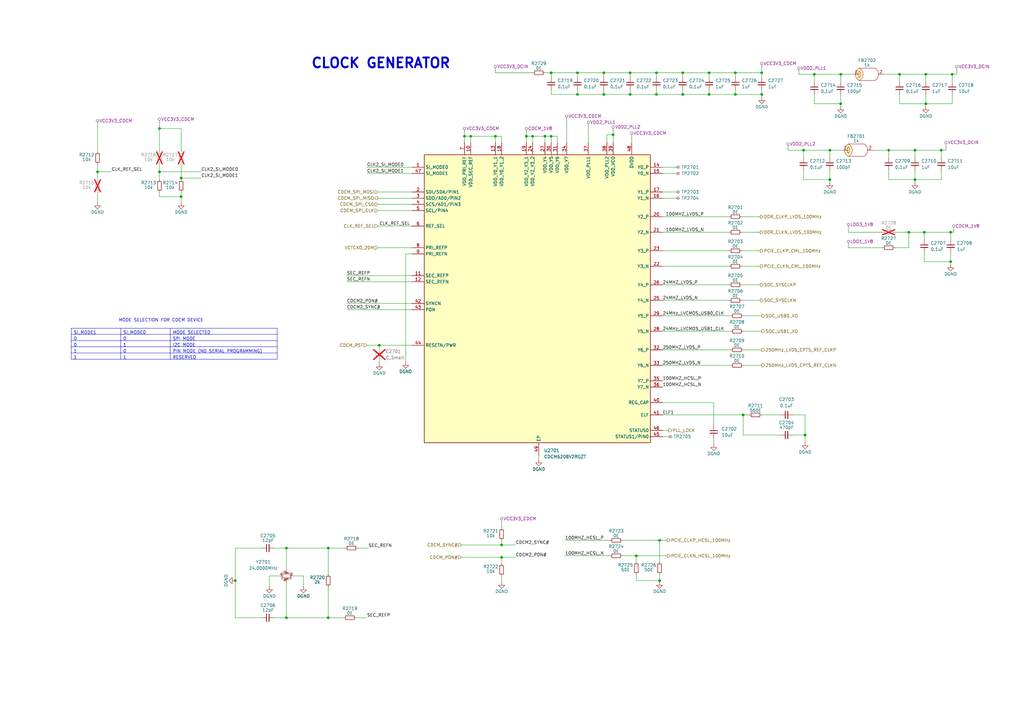
<source format=kicad_sch>
(kicad_sch (version 20250114) (generator "eeschema") (generator_version "9.0")
  (paper "A3")
  (title_block (title "Barre de son (base saine)") (date "2025-05-16") (rev "1.0") (company "NDH"))
  (lib_symbols
    (symbol "Connector:TestPoint_Small" (pin_numbers (hide yes)) (pin_names (offset 0.762) (hide yes))
      (property "Reference" "TP" (at 0 3.81 0))
      (property "Value" "TestPoint_Small" (at 0 2.032 0))
      (symbol "TestPoint_Small_0_1"
        (circle (center 0 0) (radius 0.508))
      )
      (symbol "TestPoint_Small_1_1"
        (pin passive line (at 0 0 90) (length 0) (name "1") (number "1"))
      )
    )
    (symbol "Device:C_Small" (pin_numbers (hide yes)) (pin_names (offset 0.254) (hide yes))
      (property "Reference" "C" (at 0.254 1.778 0))
      (property "Value" "C_Small" (at 0.254 -2.032 0))
      (symbol "C_Small_0_1"
        (polyline (pts (xy -1.524 0.508) (xy 1.524 0.508)) (stroke (width 0.3048)))
        (polyline (pts (xy -1.524 -0.508) (xy 1.524 -0.508)) (stroke (width 0.3302)))
      )
      (symbol "C_Small_1_1"
        (pin passive line (at 0 2.54 270) (length 2.032) (name "~") (number "1"))
        (pin passive line (at 0 -2.54 90) (length 2.032) (name "~") (number "2"))
      )
    )
    (symbol "Device:Crystal_GND24_Small" (pin_names (offset 1.016) (hide yes))
      (property "Reference" "Y" (at 1.27 4.445 0))
      (property "Value" "Crystal_GND24_Small" (at 1.27 2.54 0))
      (symbol "Crystal_GND24_Small_0_1"
        (polyline (pts (xy -1.27 1.27) (xy -1.27 1.905) (xy 1.27 1.905) (xy 1.27 1.27)))
        (polyline (pts (xy -1.27 -0.762) (xy -1.27 0.762)) (stroke (width 0.381)))
        (polyline (pts (xy -1.27 -1.27) (xy -1.27 -1.905) (xy 1.27 -1.905) (xy 1.27 -1.27)))
        (rectangle (start -0.762 -1.524) (end 0.762 1.524))
        (polyline (pts (xy 1.27 -0.762) (xy 1.27 0.762)) (stroke (width 0.381)))
      )
      (symbol "Crystal_GND24_Small_1_1"
        (pin passive line (at -2.54 0 0) (length 1.27) (name "1") (number "1"))
        (pin passive line (at 0 2.54 270) (length 0.635) (name "4") (number "4"))
        (pin passive line (at 0 -2.54 90) (length 0.635) (name "2") (number "2"))
        (pin passive line (at 2.54 0 180) (length 1.27) (name "3") (number "3"))
      )
    )
    (symbol "Device:R_Small" (pin_numbers (hide yes)) (pin_names (offset 0.254) (hide yes))
      (property "Reference" "R" (at 0.762 0.508 0))
      (property "Value" "R_Small" (at 0.762 -1.016 0))
      (symbol "R_Small_0_1"
        (rectangle (start -0.762 1.778) (end 0.762 -1.778) (stroke (width 0.2032)))
      )
      (symbol "R_Small_1_1"
        (pin passive line (at 0 2.54 270) (length 0.762) (name "~") (number "1"))
        (pin passive line (at 0 -2.54 90) (length 0.762) (name "~") (number "2"))
      )
    )
    (symbol "Libglobal:CDCM6208V2RGZT"
      (property "Reference" "U" (at -19.304 42.418 0))
      (property "Value" "CDCM6208V2RGZT" (at -19.304 39.878 0))
      (symbol "CDCM6208V2RGZT_1_1"
        (rectangle (start -12.7 36.83) (end 80.01 -81.28) (stroke (width 0.254)) (fill (type background)))
        (pin passive line (at -17.78 31.75 0) (length 5.08) (name "SI_MODE0") (number "1"))
        (pin passive line (at -17.78 29.21 0) (length 5.08) (name "SI_MODE1") (number "47"))
        (pin passive line (at -17.78 21.59 0) (length 5.08) (name "SDI/SDA/PIN1") (number "2"))
        (pin passive line (at -17.78 19.05 0) (length 5.08) (name "SDO/AD0/PIN2") (number "3"))
        (pin passive line (at -17.78 16.51 0) (length 5.08) (name "SCS/AD1/PIN3") (number "4"))
        (pin passive line (at -17.78 13.97 0) (length 5.08) (name "SCL/PIN4") (number "5"))
        (pin passive line (at -17.78 7.62 0) (length 5.08) (name "REF_SEL") (number "6"))
        (pin passive line (at -17.78 -1.27 0) (length 5.08) (name "PRI_REFP") (number "8"))
        (pin passive line (at -17.78 -3.81 0) (length 5.08) (name "PRI_REFN") (number "9"))
        (pin passive line (at -17.78 -12.7 0) (length 5.08) (name "SEC_REFP") (number "11"))
        (pin passive line (at -17.78 -15.24 0) (length 5.08) (name "SEC_REFN") (number "12"))
        (pin passive line (at -17.78 -24.13 0) (length 5.08) (name "SYNCN") (number "42"))
        (pin passive line (at -17.78 -26.67 0) (length 5.08) (name "PDN") (number "43"))
        (pin passive line (at -17.78 -41.275 0) (length 5.08) (name "RESETN/PWR") (number "44"))
        (pin passive line (at 3.81 41.91 270) (length 5.08) (name "VDD_PRI_REF") (number "7"))
        (pin passive line (at 6.35 41.91 270) (length 5.08) (name "VDD_SEC_REF") (number "10"))
        (pin passive line (at 16.51 41.91 270) (length 5.08) (name "VDD_Y0_Y1_1") (number "13"))
        (pin passive line (at 19.05 41.91 270) (length 5.08) (name "VDD_Y0_Y1_2") (number "18"))
        (pin passive line (at 29.21 41.91 270) (length 5.08) (name "VDD_Y2_Y3_1") (number "19"))
        (pin passive line (at 31.75 41.91 270) (length 5.08) (name "VDD_Y2_Y3_2") (number "24"))
        (pin passive line (at 34.29 -86.36 90) (length 5.08) (name "EP") (number "49"))
        (pin passive line (at 36.83 41.91 270) (length 5.08) (name "VDD_Y4") (number "27"))
        (pin passive line (at 39.37 41.91 270) (length 5.08) (name "VDD_Y5") (number "30"))
        (pin passive line (at 41.91 41.91 270) (length 5.08) (name "VDD_Y6") (number "31"))
        (pin passive line (at 45.72 41.91 270) (length 5.08) (name "VDD_Y7") (number "34"))
        (pin passive line (at 54.61 41.91 270) (length 5.08) (name "VDD_PLL1") (number "37"))
        (pin passive line (at 62.23 41.91 270) (length 5.08) (name "VDD_PLL2") (number "38"))
        (pin passive line (at 64.77 41.91 270) (length 5.08) (name "VDD_VCO") (number "39"))
        (pin passive line (at 72.39 41.91 270) (length 5.08) (name "DVDD") (number "48"))
        (pin passive line (at 85.09 31.75 180) (length 5.08) (name "Y0_P") (number "14"))
        (pin passive line (at 85.09 29.21 180) (length 5.08) (name "Y0_N") (number "15"))
        (pin passive line (at 85.09 21.59 180) (length 5.08) (name "Y1_P") (number "17"))
        (pin passive line (at 85.09 19.05 180) (length 5.08) (name "Y1_N") (number "16"))
        (pin passive line (at 85.09 11.43 180) (length 5.08) (name "Y2_P") (number "20"))
        (pin passive line (at 85.09 5.08 180) (length 5.08) (name "Y2_N") (number "21"))
        (pin passive line (at 85.09 -2.54 180) (length 5.08) (name "Y3_P") (number "23"))
        (pin passive line (at 85.09 -8.89 180) (length 5.08) (name "Y3_N") (number "22"))
        (pin passive line (at 85.09 -16.51 180) (length 5.08) (name "Y4_P") (number "26"))
        (pin passive line (at 85.09 -22.86 180) (length 5.08) (name "Y4_N") (number "25"))
        (pin passive line (at 85.09 -29.21 180) (length 5.08) (name "Y5_P") (number "29"))
        (pin passive line (at 85.09 -35.56 180) (length 5.08) (name "Y5_N") (number "28"))
        (pin passive line (at 85.09 -43.18 180) (length 5.08) (name "Y6_P") (number "32"))
        (pin passive line (at 85.09 -49.53 180) (length 5.08) (name "Y6_N") (number "33"))
        (pin passive line (at 85.09 -55.88 180) (length 5.08) (name "Y7_P") (number "35"))
        (pin passive line (at 85.09 -58.42 180) (length 5.08) (name "Y7_N") (number "36"))
        (pin passive line (at 85.09 -64.77 180) (length 5.08) (name "REG_CAP") (number "40"))
        (pin passive line (at 85.09 -69.85 180) (length 5.08) (name "ELF") (number "41"))
        (pin passive line (at 85.09 -76.2 180) (length 5.08) (name "STATUS0") (number "46"))
        (pin passive line (at 85.09 -78.74 180) (length 5.08) (name "STATUS1/PIN0") (number "45"))
      )
    )
    (symbol "Libglobal:MPZ1005S121CT000"
      (property "Reference" "FB" (at 0 0 0))
      (symbol "MPZ1005S121CT000_0_1"
        (arc (start -3.81 -2.54) (mid -3.2839 -3.81) (end -3.81 -5.08))
        (arc (start -3.81 -5.08) (mid -4.3361 -3.81) (end -3.81 -2.54))
      )
      (symbol "MPZ1005S121CT000_1_1"
        (arc (start -3.81 -1.27) (mid -2.2402 -3.81) (end -3.81 -6.35) (fill (type background)))
        (polyline (pts (xy -3.81 -1.27) (xy 2.54 -1.27)) (fill (type background)))
        (arc (start -3.81 -6.35) (mid -5.3798 -3.81) (end -3.81 -1.27) (fill (type background)))
        (arc (start 2.54 -1.27) (mid 4.1098 -3.81) (end 2.54 -6.35))
        (polyline (pts (xy 2.54 -6.35) (xy -3.81 -6.35)) (fill (type background)))
        (pin input line (at -6.35 -3.81 0) (length 2.54) (name "") (number "1"))
        (pin output line (at 6.35 -3.81 180) (length 2.54) (name "") (number "2"))
      )
    )
    (symbol "power:GND" (power) (pin_numbers (hide yes)) (pin_names (offset 0) (hide yes))
      (property "Value" "GND" (at 0 -3.81 0))
      (symbol "GND_0_1"
        (polyline (pts (xy 0 0) (xy 0 -1.27) (xy 1.27 -1.27) (xy 0 -2.54) (xy -1.27 -1.27) (xy 0 -1.27)))
      )
      (symbol "GND_1_1"
        (pin power_in line (at 0 0 270) (length 0) (name "~") (number "1"))
      )
    )
  )
  (text "CLOCK GENERATOR\n" (at 156.21 26.035 0) (effects (font (size 4 4) (thickness 0.8) (bold yes))))
  (text "MODE SELECTION FOR CDCM DEVICE\n" (at 66.04 131.445 0) (effects (font (size 1.27 1.27))))
  (junction (at 215.9 55.88))
  (junction (at 226.06 55.88))
  (junction (at 344.805 42.545))
  (junction (at 203.2 55.88))
  (junction (at 364.49 61.595))
  (junction (at 330.2 178.435))
  (junction (at 218.44 55.88))
  (junction (at 258.445 38.735))
  (junction (at 193.04 55.88))
  (junction (at 134.62 253.365))
  (junction (at 117.475 253.365))
  (junction (at 260.985 227.965))
  (junction (at 312.42 29.845))
  (junction (at 379.73 42.545))
  (junction (at 155.575 141.605))
  (junction (at 65.405 70.485))
  (junction (at 301.625 38.735))
  (junction (at 269.24 38.735))
  (junction (at 280.035 38.735))
  (junction (at 247.65 38.735))
  (junction (at 312.42 38.735))
  (junction (at 379.095 95.25))
  (junction (at 65.405 52.705))
  (junction (at 270.51 221.615))
  (junction (at 304.8 170.18))
  (junction (at 269.24 29.845))
  (junction (at 40.005 70.485))
  (junction (at 375.285 73.66))
  (junction (at 280.035 29.845))
  (junction (at 251.46 55.245))
  (junction (at 301.625 29.845))
  (junction (at 205.74 228.6))
  (junction (at 340.36 73.66))
  (junction (at 205.74 223.52))
  (junction (at 340.36 61.595))
  (junction (at 117.475 224.79))
  (junction (at 290.83 29.845))
  (junction (at 134.62 224.79))
  (junction (at 223.52 55.88))
  (junction (at 96.52 238.125))
  (junction (at 236.855 29.845))
  (junction (at 258.445 29.845))
  (junction (at 247.65 29.845))
  (junction (at 74.295 73.025))
  (junction (at 226.06 29.845))
  (junction (at 290.83 38.735))
  (junction (at 379.73 30.48))
  (junction (at 236.855 38.735))
  (junction (at 372.745 95.25))
  (junction (at 334.01 30.48))
  (junction (at 389.89 95.25))
  (junction (at 390.525 30.48))
  (junction (at 74.295 80.645))
  (junction (at 329.565 61.595))
  (junction (at 389.89 107.315))
  (junction (at 270.51 238.125))
  (junction (at 375.285 61.595))
  (junction (at 344.805 30.48))
  (junction (at 386.08 61.595))
  (junction (at 190.5 55.88))
  (junction (at 368.935 30.48))
  (wire (pts (xy 65.405 52.705) (xy 65.405 62.23)))
  (wire (pts (xy 340.36 61.595) (xy 345.44 61.595)))
  (wire (pts (xy 241.3 52.705) (xy 241.3 58.42)))
  (wire (pts (xy 117.475 233.68) (xy 117.475 224.79)))
  (wire (pts (xy 65.405 70.485) (xy 65.405 73.66)))
  (wire (pts (xy 193.04 55.88) (xy 193.04 58.42)))
  (wire (pts (xy 368.935 38.735) (xy 368.935 42.545)))
  (wire (pts (xy 299.72 129.54) (xy 271.78 129.54)))
  (wire (pts (xy 340.36 64.77) (xy 340.36 61.595)))
  (wire (pts (xy 203.2 55.88) (xy 193.04 55.88)))
  (wire (pts (xy 154.94 83.82) (xy 168.91 83.82)))
  (wire (pts (xy 299.72 149.86) (xy 271.78 149.86)))
  (wire (pts (xy 329.565 61.595) (xy 340.36 61.595)))
  (wire (pts (xy 390.525 30.48) (xy 390.525 33.655)))
  (wire (pts (xy 278.13 71.12) (xy 271.78 71.12)))
  (wire (pts (xy 292.735 182.245) (xy 292.735 179.705)))
  (wire (pts (xy 205.74 223.52) (xy 205.74 221.615)))
  (wire (pts (xy 231.775 227.965) (xy 250.19 227.965)))
  (wire (pts (xy 142.24 124.46) (xy 168.91 124.46)))
  (wire (pts (xy 379.73 33.655) (xy 379.73 30.48)))
  (wire (pts (xy 379.095 103.505) (xy 379.095 107.315)))
  (wire (pts (xy 236.855 38.735) (xy 226.06 38.735)))
  (wire (pts (xy 151.13 224.79) (xy 146.685 224.79)))
  (wire (pts (xy 375.285 73.66) (xy 386.08 73.66)))
  (wire (pts (xy 299.085 109.22) (xy 271.78 109.22)))
  (wire (pts (xy 270.51 238.76) (xy 270.51 238.125)))
  (wire (pts (xy 311.785 123.19) (xy 304.165 123.19)))
  (wire (pts (xy 280.035 38.735) (xy 290.83 38.735)))
  (wire (pts (xy 270.51 221.615) (xy 270.51 230.505)))
  (wire (pts (xy 96.52 238.125) (xy 96.52 253.365)))
  (wire (pts (xy 375.285 74.93) (xy 375.285 73.66)))
  (wire (pts (xy 226.06 55.88) (xy 226.06 58.42)))
  (wire (pts (xy 278.13 68.58) (xy 271.78 68.58)))
  (wire (pts (xy 205.74 238.76) (xy 205.74 236.22)))
  (wire (pts (xy 379.095 95.25) (xy 389.89 95.25)))
  (wire (pts (xy 361.95 95.25) (xy 347.98 95.25)))
  (wire (pts (xy 82.55 70.485) (xy 65.405 70.485)))
  (wire (pts (xy 375.285 61.595) (xy 386.08 61.595)))
  (wire (pts (xy 390.525 42.545) (xy 390.525 38.735)))
  (wire (pts (xy 386.08 73.66) (xy 386.08 69.85)))
  (wire (pts (xy 344.805 43.815) (xy 344.805 42.545)))
  (wire (pts (xy 301.625 29.845) (xy 301.625 31.75)))
  (wire (pts (xy 40.005 78.74) (xy 40.005 83.185)))
  (wire (pts (xy 389.89 108.585) (xy 389.89 107.315)))
  (wire (pts (xy 307.34 170.18) (xy 304.8 170.18)))
  (wire (pts (xy 74.295 80.645) (xy 74.295 83.185)))
  (wire (pts (xy 347.98 94.615) (xy 347.98 95.25)))
  (wire (pts (xy 292.735 174.625) (xy 292.735 165.1)))
  (wire (pts (xy 274.32 176.53) (xy 271.78 176.53)))
  (wire (pts (xy 311.785 88.9) (xy 304.165 88.9)))
  (wire (pts (xy 290.83 31.75) (xy 290.83 29.845)))
  (wire (pts (xy 347.98 101.6) (xy 361.95 101.6)))
  (wire (pts (xy 312.42 29.845) (xy 312.42 31.75)))
  (wire (pts (xy 247.65 29.845) (xy 258.445 29.845)))
  (wire (pts (xy 155.575 142.875) (xy 155.575 141.605)))
  (wire (pts (xy 65.405 80.645) (xy 65.405 78.74)))
  (wire (pts (xy 260.985 227.965) (xy 273.685 227.965)))
  (wire (pts (xy 226.06 29.845) (xy 236.855 29.845)))
  (wire (pts (xy 226.06 31.75) (xy 226.06 29.845)))
  (wire (pts (xy 228.6 58.42) (xy 228.6 55.88)))
  (wire (pts (xy 236.855 38.735) (xy 247.65 38.735)))
  (wire (pts (xy 312.42 135.89) (xy 304.8 135.89)))
  (wire (pts (xy 223.52 29.845) (xy 226.06 29.845)))
  (wire (pts (xy 110.49 240.665) (xy 110.49 236.22)))
  (wire (pts (xy 389.89 107.315) (xy 389.89 103.505)))
  (wire (pts (xy 379.73 42.545) (xy 390.525 42.545)))
  (wire (pts (xy 329.565 73.66) (xy 340.36 73.66)))
  (wire (pts (xy 154.94 86.36) (xy 168.91 86.36)))
  (wire (pts (xy 247.65 38.735) (xy 258.445 38.735)))
  (wire (pts (xy 379.73 42.545) (xy 379.73 38.735)))
  (wire (pts (xy 368.935 42.545) (xy 379.73 42.545)))
  (wire (pts (xy 120.015 236.22) (xy 124.46 236.22)))
  (wire (pts (xy 215.9 55.245) (xy 215.9 55.88)))
  (wire (pts (xy 367.03 95.25) (xy 372.745 95.25)))
  (wire (pts (xy 166.37 104.14) (xy 166.37 148.59)))
  (wire (pts (xy 330.2 170.18) (xy 330.2 178.435)))
  (wire (pts (xy 269.24 29.845) (xy 269.24 31.75)))
  (wire (pts (xy 40.005 52.07) (xy 40.005 62.23)))
  (wire (pts (xy 117.475 224.79) (xy 112.395 224.79)))
  (wire (pts (xy 82.55 73.025) (xy 74.295 73.025)))
  (wire (pts (xy 304.8 170.18) (xy 271.78 170.18)))
  (wire (pts (xy 40.005 70.485) (xy 40.005 67.31)))
  (wire (pts (xy 260.985 238.125) (xy 260.985 235.585)))
  (wire (pts (xy 142.24 113.03) (xy 168.91 113.03)))
  (wire (pts (xy 290.83 29.845) (xy 301.625 29.845)))
  (wire (pts (xy 226.06 55.88) (xy 223.52 55.88)))
  (wire (pts (xy 274.955 179.07) (xy 271.78 179.07)))
  (wire (pts (xy 150.495 68.58) (xy 168.91 68.58)))
  (wire (pts (xy 211.455 223.52) (xy 205.74 223.52)))
  (wire (pts (xy 368.935 30.48) (xy 368.935 33.655)))
  (wire (pts (xy 290.83 38.735) (xy 301.625 38.735)))
  (wire (pts (xy 142.24 127) (xy 168.91 127)))
  (wire (pts (xy 389.89 95.25) (xy 391.16 95.25)))
  (wire (pts (xy 259.08 57.15) (xy 259.08 58.42)))
  (wire (pts (xy 134.62 235.585) (xy 134.62 224.79)))
  (wire (pts (xy 334.01 42.545) (xy 344.805 42.545)))
  (wire (pts (xy 251.46 55.245) (xy 251.46 58.42)))
  (wire (pts (xy 110.49 236.22) (xy 114.935 236.22)))
  (wire (pts (xy 344.805 30.48) (xy 349.885 30.48)))
  (wire (pts (xy 74.295 52.705) (xy 65.405 52.705)))
  (wire (pts (xy 364.49 69.85) (xy 364.49 73.66)))
  (wire (pts (xy 311.785 109.22) (xy 304.165 109.22)))
  (wire (pts (xy 320.04 170.18) (xy 312.42 170.18)))
  (wire (pts (xy 379.73 43.815) (xy 379.73 42.545)))
  (wire (pts (xy 299.085 102.87) (xy 271.78 102.87)))
  (wire (pts (xy 236.855 29.845) (xy 236.855 31.75)))
  (wire (pts (xy 299.085 116.84) (xy 271.78 116.84)))
  (wire (pts (xy 392.43 30.48) (xy 390.525 30.48)))
  (wire (pts (xy 134.62 224.79) (xy 141.605 224.79)))
  (wire (pts (xy 154.94 92.71) (xy 168.91 92.71)))
  (wire (pts (xy 311.785 95.25) (xy 304.165 95.25)))
  (wire (pts (xy 344.805 42.545) (xy 344.805 38.735)))
  (wire (pts (xy 150.495 141.605) (xy 155.575 141.605)))
  (wire (pts (xy 330.2 178.435) (xy 325.12 178.435)))
  (wire (pts (xy 301.625 29.845) (xy 312.42 29.845)))
  (wire (pts (xy 74.295 73.025) (xy 74.295 73.66)))
  (wire (pts (xy 392.43 29.845) (xy 392.43 30.48)))
  (wire (pts (xy 327.66 30.48) (xy 334.01 30.48)))
  (wire (pts (xy 247.65 36.83) (xy 247.65 38.735)))
  (wire (pts (xy 280.035 36.83) (xy 280.035 38.735)))
  (wire (pts (xy 299.085 123.19) (xy 271.78 123.19)))
  (wire (pts (xy 248.92 55.245) (xy 251.46 55.245)))
  (wire (pts (xy 312.42 143.51) (xy 304.8 143.51)))
  (wire (pts (xy 150.495 71.12) (xy 168.91 71.12)))
  (wire (pts (xy 358.14 61.595) (xy 364.49 61.595)))
  (wire (pts (xy 236.855 29.845) (xy 247.65 29.845)))
  (wire (pts (xy 107.315 224.79) (xy 96.52 224.79)))
  (wire (pts (xy 220.98 186.69) (xy 220.98 188.595)))
  (wire (pts (xy 280.035 29.845) (xy 280.035 31.75)))
  (wire (pts (xy 269.24 38.735) (xy 280.035 38.735)))
  (wire (pts (xy 258.445 29.845) (xy 269.24 29.845)))
  (wire (pts (xy 142.24 115.57) (xy 168.91 115.57)))
  (wire (pts (xy 320.04 178.435) (xy 304.8 178.435)))
  (wire (pts (xy 134.62 253.365) (xy 117.475 253.365)))
  (wire (pts (xy 367.03 101.6) (xy 372.745 101.6)))
  (wire (pts (xy 334.01 30.48) (xy 334.01 33.655)))
  (wire (pts (xy 299.72 143.51) (xy 271.78 143.51)))
  (wire (pts (xy 379.73 30.48) (xy 390.525 30.48)))
  (wire (pts (xy 340.36 74.93) (xy 340.36 73.66)))
  (wire (pts (xy 334.01 38.735) (xy 334.01 42.545)))
  (wire (pts (xy 205.74 55.88) (xy 203.2 55.88)))
  (wire (pts (xy 329.565 69.85) (xy 329.565 73.66)))
  (wire (pts (xy 329.565 61.595) (xy 329.565 64.77)))
  (wire (pts (xy 301.625 38.735) (xy 312.42 38.735)))
  (wire (pts (xy 124.46 240.665) (xy 124.46 236.22)))
  (wire (pts (xy 154.94 81.28) (xy 168.91 81.28)))
  (wire (pts (xy 251.46 54.61) (xy 251.46 55.245)))
  (wire (pts (xy 372.745 95.25) (xy 379.095 95.25)))
  (wire (pts (xy 65.405 51.435) (xy 65.405 52.705)))
  (wire (pts (xy 344.805 33.655) (xy 344.805 30.48)))
  (wire (pts (xy 375.285 73.66) (xy 375.285 69.85)))
  (wire (pts (xy 65.405 67.31) (xy 65.405 70.485)))
  (wire (pts (xy 379.095 95.25) (xy 379.095 98.425)))
  (wire (pts (xy 260.985 238.125) (xy 270.51 238.125)))
  (wire (pts (xy 150.495 253.365) (xy 146.05 253.365)))
  (wire (pts (xy 190.5 55.88) (xy 193.04 55.88)))
  (wire (pts (xy 301.625 36.83) (xy 301.625 38.735)))
  (wire (pts (xy 258.445 38.735) (xy 269.24 38.735)))
  (wire (pts (xy 190.5 55.88) (xy 190.5 58.42)))
  (wire (pts (xy 278.13 78.74) (xy 271.78 78.74)))
  (wire (pts (xy 362.585 30.48) (xy 368.935 30.48)))
  (wire (pts (xy 96.52 253.365) (xy 107.315 253.365)))
  (wire (pts (xy 389.89 98.425) (xy 389.89 95.25)))
  (wire (pts (xy 312.42 40.005) (xy 312.42 38.735)))
  (wire (pts (xy 203.2 55.88) (xy 203.2 58.42)))
  (wire (pts (xy 223.52 55.88) (xy 218.44 55.88)))
  (wire (pts (xy 74.295 80.645) (xy 65.405 80.645)))
  (wire (pts (xy 232.41 50.165) (xy 232.41 58.42)))
  (wire (pts (xy 334.01 30.48) (xy 344.805 30.48)))
  (wire (pts (xy 189.23 223.52) (xy 205.74 223.52)))
  (wire (pts (xy 45.72 70.485) (xy 40.005 70.485)))
  (wire (pts (xy 375.285 64.77) (xy 375.285 61.595)))
  (wire (pts (xy 231.775 221.615) (xy 250.19 221.615)))
  (wire (pts (xy 379.095 107.315) (xy 389.89 107.315)))
  (wire (pts (xy 312.42 29.845) (xy 312.42 28.575)))
  (wire (pts (xy 269.24 36.83) (xy 269.24 38.735)))
  (wire (pts (xy 278.13 81.28) (xy 271.78 81.28)))
  (wire (pts (xy 292.735 165.1) (xy 271.78 165.1)))
  (wire (pts (xy 255.27 227.965) (xy 260.985 227.965)))
  (wire (pts (xy 74.295 67.31) (xy 74.295 73.025)))
  (wire (pts (xy 387.985 61.595) (xy 386.08 61.595)))
  (wire (pts (xy 140.97 253.365) (xy 134.62 253.365)))
  (wire (pts (xy 312.42 129.54) (xy 304.8 129.54)))
  (wire (pts (xy 205.74 231.14) (xy 205.74 228.6)))
  (wire (pts (xy 218.44 29.845) (xy 203.2 29.845)))
  (wire (pts (xy 386.08 61.595) (xy 386.08 64.77)))
  (wire (pts (xy 154.94 78.74) (xy 168.91 78.74)))
  (wire (pts (xy 270.51 221.615) (xy 273.685 221.615)))
  (wire (pts (xy 223.52 55.88) (xy 223.52 58.42)))
  (wire (pts (xy 304.8 178.435) (xy 304.8 170.18)))
  (wire (pts (xy 323.215 61.595) (xy 329.565 61.595)))
  (wire (pts (xy 387.985 60.96) (xy 387.985 61.595)))
  (wire (pts (xy 248.92 58.42) (xy 248.92 55.245)))
  (wire (pts (xy 312.42 36.83) (xy 312.42 38.735)))
  (wire (pts (xy 255.27 221.615) (xy 270.51 221.615)))
  (wire (pts (xy 154.94 101.6) (xy 168.91 101.6)))
  (wire (pts (xy 290.83 38.735) (xy 290.83 36.83)))
  (wire (pts (xy 299.085 95.25) (xy 271.78 95.25)))
  (wire (pts (xy 205.74 228.6) (xy 211.455 228.6)))
  (wire (pts (xy 330.2 181.61) (xy 330.2 178.435)))
  (wire (pts (xy 258.445 31.75) (xy 258.445 29.845)))
  (wire (pts (xy 218.44 58.42) (xy 218.44 55.88)))
  (wire (pts (xy 364.49 61.595) (xy 364.49 64.77)))
  (wire (pts (xy 312.42 149.86) (xy 304.8 149.86)))
  (wire (pts (xy 311.785 116.84) (xy 304.165 116.84)))
  (wire (pts (xy 155.575 147.955) (xy 155.575 149.225)))
  (wire (pts (xy 168.91 104.14) (xy 166.37 104.14)))
  (wire (pts (xy 226.06 38.735) (xy 226.06 36.83)))
  (wire (pts (xy 271.78 88.9) (xy 299.085 88.9)))
  (wire (pts (xy 364.49 73.66) (xy 375.285 73.66)))
  (wire (pts (xy 74.295 78.74) (xy 74.295 80.645)))
  (wire (pts (xy 236.855 36.83) (xy 236.855 38.735)))
  (wire (pts (xy 117.475 253.365) (xy 112.395 253.365)))
  (wire (pts (xy 134.62 240.665) (xy 134.62 253.365)))
  (wire (pts (xy 117.475 238.76) (xy 117.475 253.365)))
  (wire (pts (xy 218.44 55.88) (xy 215.9 55.88)))
  (wire (pts (xy 74.295 62.23) (xy 74.295 52.705)))
  (wire (pts (xy 155.575 141.605) (xy 168.91 141.605)))
  (wire (pts (xy 258.445 38.735) (xy 258.445 36.83)))
  (wire (pts (xy 269.24 29.845) (xy 280.035 29.845)))
  (wire (pts (xy 205.74 58.42) (xy 205.74 55.88)))
  (wire (pts (xy 247.65 29.845) (xy 247.65 31.75)))
  (wire (pts (xy 311.785 102.87) (xy 304.165 102.87)))
  (wire (pts (xy 340.36 73.66) (xy 340.36 69.85)))
  (wire (pts (xy 215.9 55.88) (xy 215.9 58.42)))
  (wire (pts (xy 372.745 101.6) (xy 372.745 95.25)))
  (wire (pts (xy 368.935 30.48) (xy 379.73 30.48)))
  (wire (pts (xy 280.035 29.845) (xy 290.83 29.845)))
  (wire (pts (xy 190.5 55.245) (xy 190.5 55.88)))
  (wire (pts (xy 364.49 61.595) (xy 375.285 61.595)))
  (wire (pts (xy 228.6 55.88) (xy 226.06 55.88)))
  (wire (pts (xy 205.74 215.265) (xy 205.74 216.535)))
  (wire (pts (xy 260.985 230.505) (xy 260.985 227.965)))
  (wire (pts (xy 40.005 73.66) (xy 40.005 70.485)))
  (wire (pts (xy 117.475 224.79) (xy 134.62 224.79)))
  (wire (pts (xy 270.51 238.125) (xy 270.51 235.585)))
  (wire (pts (xy 299.72 135.89) (xy 271.78 135.89)))
  (wire (pts (xy 325.12 170.18) (xy 330.2 170.18)))
  (wire (pts (xy 96.52 224.79) (xy 96.52 238.125)))
  (wire (pts (xy 205.74 228.6) (xy 189.23 228.6)))
  (table (column_count 3) (border (external yes) (header yes)) (separators (rows yes) (cols yes)) (column_widths 20.32 20.32 43.815) (row_heights 2.54 2.54 2.54 2.54 2.54) (cells (table_cell "SI_MODE1" (at 29.21 134.62 0) (size 20.32 2.54) (margins 0.9525 0.9525 0.9525 0.9525) (span 1 1)) (table_cell "SI_MODE0" (at 49.53 134.62 0) (size 20.32 2.54) (margins 0.9525 0.9525 0.9525 0.9525) (span 1 1)) (table_cell "MODE SELECTED" (at 69.85 134.62 0) (size 43.815 2.54) (margins 0.9525 0.9525 0.9525 0.9525) (span 1 1)) (table_cell "0" (at 29.21 137.16 0) (size 20.32 2.54) (margins 0.9525 0.9525 0.9525 0.9525) (span 1 1)) (table_cell "0" (at 49.53 137.16 0) (size 20.32 2.54) (margins 0.9525 0.9525 0.9525 0.9525) (span 1 1)) (table_cell "SPI MODE" (at 69.85 137.16 0) (size 43.815 2.54) (margins 0.9525 0.9525 0.9525 0.9525) (span 1 1)) (table_cell "0" (at 29.21 139.7 0) (size 20.32 2.54) (margins 0.9525 0.9525 0.9525 0.9525) (span 1 1)) (table_cell "1" (at 49.53 139.7 0) (size 20.32 2.54) (margins 0.9525 0.9525 0.9525 0.9525) (span 1 1)) (table_cell "I2C MODE" (at 69.85 139.7 0) (size 43.815 2.54) (margins 0.9525 0.9525 0.9525 0.9525) (span 1 1)) (table_cell "1" (at 29.21 142.24 0) (size 20.32 2.54) (margins 0.9525 0.9525 0.9525 0.9525) (span 1 1)) (table_cell "0" (at 49.53 142.24 0) (size 20.32 2.54) (margins 0.9525 0.9525 0.9525 0.9525) (span 1 1)) (table_cell "PIN MODE (NO SERIAL PROGRAMMING)" (at 69.85 142.24 0) (size 43.815 2.54) (margins 0.9525 0.9525 0.9525 0.9525) (span 1 1)) (table_cell "1" (at 29.21 144.78 0) (size 20.32 2.54) (margins 0.9525 0.9525 0.9525 0.9525) (span 1 1)) (table_cell "1" (at 49.53 144.78 0) (size 20.32 2.54) (margins 0.9525 0.9525 0.9525 0.9525) (span 1 1)) (table_cell "RESERVED" (at 69.85 144.78 0) (size 43.815 2.54) (margins 0.9525 0.9525 0.9525 0.9525) (span 1 1))))
  (label "CLK_REF_SEL" (at 155.575 92.71 0))
  (label "SEC_REFP" (at 142.24 113.03 0))
  (label "100MHZ_HCSL_N" (at 231.775 227.965 0))
  (label "24MHZ_LVDS_N" (at 271.78 123.19 0))
  (label "100MHZ_HCSL_P" (at 231.775 221.615 0))
  (label "CLK2_SI_MODE0" (at 150.495 68.58 0))
  (label "250MHZ_LVDS_N" (at 271.78 149.86 0))
  (label "SEC_REFP" (at 150.495 253.365 0))
  (label "100MHZ_HCSL_P" (at 271.78 156.21 0))
  (label "24MHz_LVCMOS_USB0_CLK" (at 271.78 129.54 0))
  (label "CDCM2_PDN#" (at 142.24 124.46 0))
  (label "SEC_REFN" (at 151.13 224.79 0))
  (label "CDCM2_PDN#" (at 211.455 228.6 0))
  (label "250MHZ_LVDS_P" (at 271.78 143.51 0))
  (label "100MHZ_HCSL_N" (at 271.78 158.75 0))
  (label "100MHZ_LVDS_P" (at 273.05 88.9 0))
  (label "24MHZ_LVDS_P" (at 271.78 116.84 0))
  (label "100MHZ_LVDS_N" (at 273.05 95.25 0))
  (label "CLK2_SI_MODE0" (at 82.55 70.485 0))
  (label "CDCM2_SYNC#" (at 211.455 223.52 0))
  (label "24MHz_LVCMOS_USB1_CLK" (at 271.78 135.89 0))
  (label "ELF1" (at 271.78 170.18 0))
  (label "CLK2_SI_MODE1" (at 82.55 73.025 0))
  (label "CLK2_SI_MODE1" (at 150.495 71.12 0))
  (label "SEC_REFN" (at 142.24 115.57 0))
  (label "CLK_REF_SEL" (at 45.72 70.485 0))
  (label "CDCM2_SYNC#" (at 142.24 127 0))
  (hierarchical_label "VCTCXO_20M" (shape input) (at 154.94 101.6 180))
  (hierarchical_label "CDCM_RST" (shape input) (at 150.495 141.605 180))
  (hierarchical_label "PCIE_CLKN_HCSL_100MHz" (shape output) (at 273.685 227.965 0))
  (hierarchical_label "DDR_CLKP_LVDS_100MHz" (shape output) (at 311.785 88.9 0))
  (hierarchical_label "CDCM_PDN#" (shape input) (at 189.23 228.6 180))
  (hierarchical_label "250MHz_LVDS_CPTS_REF_CLKP" (shape output) (at 312.42 143.51 0))
  (hierarchical_label "CDCM_SPI_MISO" (shape output) (at 154.94 81.28 180))
  (hierarchical_label "DDR_CLKN_LVDS_100MHz" (shape output) (at 311.785 95.25 0))
  (hierarchical_label "PCIE_CLKP_CML_100MHz" (shape output) (at 311.785 102.87 0))
  (hierarchical_label "CDCM_SPI_CS0" (shape input) (at 154.94 83.82 180))
  (hierarchical_label "PCIE_CLKP_HCSL_100MHz" (shape output) (at 273.685 221.615 0))
  (hierarchical_label "SOC_SYSCLKN" (shape output) (at 311.785 123.19 0))
  (hierarchical_label "CLK_REF_SEL" (shape input) (at 154.94 92.71 180))
  (hierarchical_label "SOC_USB1_XO" (shape output) (at 312.42 135.89 0))
  (hierarchical_label "SOC_USB0_XO" (shape output) (at 312.42 129.54 0))
  (hierarchical_label "PLL_LOCK" (shape output) (at 274.32 176.53 0))
  (hierarchical_label "CDCM_SPI_CLK" (shape input) (at 154.94 86.36 180))
  (hierarchical_label "CDCM_SPI_MOSI" (shape input) (at 154.94 78.74 180))
  (hierarchical_label "250MHz_LVDS_CPTS_REF_CLKN" (shape output) (at 312.42 149.86 0))
  (hierarchical_label "SOC_SYSCLKP" (shape output) (at 311.785 116.84 0))
  (hierarchical_label "PCIE_CLKN_CML_100MHz" (shape output) (at 311.785 109.22 0))
  (hierarchical_label "CDCM_SYNC#" (shape input) (at 189.23 223.52 180))
  (netclass_flag "" (length 2.54) (shape round) (at 347.98 101.6 0) (property "Netclass" "LDO1_1V8" (at 348.6785 99.06 0) (effects (justify left))))
  (netclass_flag "" (length 2.54) (shape round) (at 323.215 61.595 0) (property "Netclass" "VDD2_PLL2" (at 323.9135 59.055 0) (effects (justify left))))
  (netclass_flag "" (length 2.54) (shape round) (at 232.41 50.165 0) (property "Netclass" "VCC3V3_CDCM" (at 233.1085 47.625 0) (effects (justify left))))
  (netclass_flag "" (length 2.54) (shape round) (at 387.985 60.96 0) (property "Netclass" "VCC3V3_DCIN" (at 388.6835 58.42 0) (effects (justify left))))
  (netclass_flag "" (length 2.54) (shape round) (at 392.43 29.845 0) (property "Netclass" "VCC3V3_DCIN" (at 393.1285 27.305 0) (effects (justify left))))
  (netclass_flag "" (length 2.54) (shape round) (at 259.08 57.15 0) (property "Netclass" "VCC3V3_CDCM" (at 259.7785 54.61 0) (effects (justify left))))
  (netclass_flag "" (length 2.54) (shape round) (at 241.3 52.705 0) (property "Netclass" "VDD2_PLL1" (at 241.9985 50.165 0) (effects (justify left))))
  (netclass_flag "" (length 2.54) (shape round) (at 190.5 55.245 0) (property "Netclass" "VCC3V3_CDCM" (at 191.1985 52.705 0) (effects (justify left))))
  (netclass_flag "" (length 2.54) (shape round) (at 205.74 215.265 0) (property "Netclass" "VCC3V3_CDCM" (at 206.4385 212.725 0) (effects (justify left))))
  (netclass_flag "" (length 2.54) (shape round) (at 251.46 54.61 0) (property "Netclass" "VDD2_PLL2" (at 252.1585 52.07 0) (effects (justify left))))
  (netclass_flag "" (length 2.54) (shape round) (at 65.405 51.435 0) (property "Netclass" "VCC3V3_CDCM" (at 66.1035 48.895 0) (effects (justify left))))
  (netclass_flag "" (length 2.54) (shape round) (at 203.2 29.845 0) (property "Netclass" "VCC3V3_DCIN" (at 203.8985 27.305 0) (effects (justify left))))
  (netclass_flag "" (length 2.54) (shape round) (at 391.16 95.25 0) (property "Netclass" "CDCM_1V8" (at 391.8585 92.71 0) (effects (justify left))))
  (netclass_flag "" (length 2.54) (shape round) (at 327.66 30.48 0) (property "Netclass" "VDD2_PLL1" (at 328.3585 27.94 0) (effects (justify left))))
  (netclass_flag "" (length 2.54) (shape round) (at 40.005 52.07 0) (property "Netclass" "VCC3V3_CDCM" (at 40.7035 49.53 0) (effects (justify left))))
  (netclass_flag "" (length 2.54) (shape round) (at 347.98 94.615 0) (property "Netclass" "LDO3_1V8" (at 348.6785 92.075 0) (effects (justify left))))
  (netclass_flag "" (length 2.54) (shape round) (at 312.42 28.575 0) (property "Netclass" "VCC3V3_CDCM" (at 313.1185 26.035 0) (effects (justify left))))
  (netclass_flag "" (length 2.54) (shape round) (at 215.9 55.245 0) (property "Netclass" "CDCM_1V8" (at 216.5985 52.705 0) (effects (justify left))))
  (symbol (lib_id "Device:C_Small") (at 109.855 224.79 90) (unit 1)
    (property "Reference" "C2705" (at 113.03 219.71 90) (effects (justify left)))
    (property "Value" "12pF" (at 112.4012 221.615 90) (effects (justify left)))
    (property "Description" "Unpolarized capacitor, small symbol" (effects (hide yes)))
  )
  (symbol (lib_id "Device:R_Small") (at 301.625 116.84 90) (unit 1)
    (property "Reference" "R2705" (at 301.625 113.03 90))
    (property "Value" "0E" (at 301.625 114.935 90))
    (property "Description" "Resistor, small symbol" (effects (hide yes)))
  )
  (symbol (lib_id "Device:C_Small") (at 226.06 34.29 0) (unit 1)
    (property "Reference" "C2719" (at 228.6 33.0262 0) (effects (justify left)))
    (property "Value" "0.1uF" (at 228.6 35.5662 0) (effects (justify left)))
    (property "Description" "Unpolarized capacitor, small symbol" (effects (hide yes)))
  )
  (symbol (lib_id "Connector:TestPoint_Small") (at 278.13 78.74 0) (unit 1)
    (property "Reference" "TP2703" (at 279.4 78.7399 0) (effects (justify left)))
    (property "Value" "TestPoint_Small" (effects (hide yes)))
    (property "Description" "test point" (effects (hide yes)))
  )
  (symbol (lib_id "Device:R_Small") (at 364.49 101.6 90) (unit 1)
    (property "Reference" "R2727" (at 364.49 97.79 90))
    (property "Value" "0E" (at 364.49 99.695 90))
    (property "Description" "Resistor, small symbol" (effects (hide yes)))
  )
  (symbol (lib_id "Device:C_Small") (at 292.735 177.165 0) (unit 1)
    (property "Reference" "C2702" (at 295.91 175.9012 0) (effects (justify left)))
    (property "Value" "10uF" (at 295.91 178.4412 0) (effects (justify left)))
    (property "Description" "Unpolarized capacitor, small symbol" (effects (hide yes)))
  )
  (symbol (lib_id "Device:R_Small") (at 302.26 149.86 90) (unit 1)
    (property "Reference" "R2710" (at 302.26 146.05 90))
    (property "Value" "0E" (at 302.26 147.955 90))
    (property "Description" "Resistor, small symbol" (effects (hide yes)))
  )
  (symbol (lib_id "Device:R_Small") (at 65.405 76.2 180) (unit 1)
    (property "Reference" "R2713" (at 60.96 74.93 0))
    (property "Value" "10k" (at 60.96 76.835 0))
    (property "Description" "Resistor, small symbol" (effects (hide yes)))
  )
  (symbol (lib_id "power:GND") (at 379.73 43.815 0) (unit 1)
    (property "Reference" "#PWR0615" (effects (hide yes)))
    (property "Value" "DGND" (at 379.73 47.625 0))
    (property "Description" "Power symbol creates a global label with name \"GND\" , ground" (effects (hide yes)))
  )
  (symbol (lib_id "Device:R_Small") (at 143.51 253.365 90) (unit 1)
    (property "Reference" "R2719" (at 143.51 249.555 90))
    (property "Value" "0E" (at 143.51 251.46 90))
    (property "Description" "Resistor, small symbol" (effects (hide yes)))
  )
  (symbol (lib_id "Device:C_Small") (at 109.855 253.365 90) (unit 1)
    (property "Reference" "C2706" (at 113.03 248.285 90) (effects (justify left)))
    (property "Value" "12pF" (at 112.4012 250.19 90) (effects (justify left)))
    (property "Description" "Unpolarized capacitor, small symbol" (effects (hide yes)))
  )
  (symbol (lib_id "power:GND") (at 330.2 181.61 0) (unit 1)
    (property "Reference" "#PWR0602" (effects (hide yes)))
    (property "Value" "DGND" (at 330.2 185.42 0))
    (property "Description" "Power symbol creates a global label with name \"GND\" , ground" (effects (hide yes)))
  )
  (symbol (lib_id "Device:R_Small") (at 252.73 221.615 90) (unit 1)
    (property "Reference" "R2723" (at 252.73 217.805 90))
    (property "Value" "0E" (at 252.73 219.71 90))
    (property "Description" "Resistor, small symbol" (effects (hide yes)))
  )
  (symbol (lib_id "Device:C_Small") (at 236.855 34.29 0) (unit 1)
    (property "Reference" "C2720" (at 239.395 33.0262 0) (effects (justify left)))
    (property "Value" "0.1uF" (at 239.395 35.5662 0) (effects (justify left)))
    (property "Description" "Unpolarized capacitor, small symbol" (effects (hide yes)))
  )
  (symbol (lib_id "Device:R_Small") (at 270.51 233.045 180) (unit 1)
    (property "Reference" "R2726" (at 266.065 231.775 0))
    (property "Value" "50E" (at 266.065 233.68 0))
    (property "Description" "Resistor, small symbol" (effects (hide yes)))
  )
  (symbol (lib_id "Device:R_Small") (at 364.49 95.25 90) (unit 1) (dnp yes)
    (property "Reference" "R2728" (at 364.49 91.44 90))
    (property "Value" "0E" (at 364.49 93.345 90))
    (property "Description" "Resistor, small symbol" (effects (hide yes)))
  )
  (symbol (lib_id "power:GND") (at 312.42 40.005 0) (unit 1)
    (property "Reference" "#PWR0616" (effects (hide yes)))
    (property "Value" "DGND" (at 312.42 43.815 0))
    (property "Description" "Power symbol creates a global label with name \"GND\" , ground" (effects (hide yes)))
  )
  (symbol (lib_id "Device:R_Small") (at 302.26 129.54 90) (unit 1)
    (property "Reference" "R2707" (at 302.26 125.73 90))
    (property "Value" "0E" (at 302.26 127.635 90))
    (property "Description" "Resistor, small symbol" (effects (hide yes)))
  )
  (symbol (lib_id "Device:C_Small") (at 290.83 34.29 0) (unit 1)
    (property "Reference" "C2725" (at 293.37 33.0262 0) (effects (justify left)))
    (property "Value" "1uF" (at 293.37 35.5662 0) (effects (justify left)))
    (property "Description" "Unpolarized capacitor, small symbol" (effects (hide yes)))
  )
  (symbol (lib_id "Device:R_Small") (at 205.74 233.68 180) (unit 1)
    (property "Reference" "R2722" (at 201.295 232.41 0))
    (property "Value" "10k" (at 201.295 234.315 0))
    (property "Description" "Resistor, small symbol" (effects (hide yes)))
  )
  (symbol (lib_id "Device:C_Small") (at 364.49 67.31 0) (unit 1)
    (property "Reference" "C2709" (at 367.03 66.0462 0) (effects (justify left)))
    (property "Value" "0.1uF" (at 367.03 68.5862 0) (effects (justify left)))
    (property "Description" "Unpolarized capacitor, small symbol" (effects (hide yes)))
  )
  (symbol (lib_id "Device:C_Small") (at 334.01 36.195 0) (unit 1)
    (property "Reference" "C2714" (at 336.55 34.9312 0) (effects (justify left)))
    (property "Value" "0.1uF" (at 336.55 37.4712 0) (effects (justify left)))
    (property "Description" "Unpolarized capacitor, small symbol" (effects (hide yes)))
  )
  (symbol (lib_id "Device:C_Small") (at 322.58 170.18 90) (unit 1)
    (property "Reference" "C2703" (at 322.5863 163.83 90))
    (property "Value" "0.1uF" (at 322.5863 166.37 90))
    (property "Description" "Unpolarized capacitor, small symbol" (effects (hide yes)))
  )
  (symbol (lib_id "Device:R_Small") (at 301.625 88.9 90) (unit 1)
    (property "Reference" "R2701" (at 301.625 85.09 90))
    (property "Value" "0E" (at 301.625 86.995 90))
    (property "Description" "Resistor, small symbol" (effects (hide yes)))
  )
  (symbol (lib_id "Device:C_Small") (at 269.24 34.29 0) (unit 1)
    (property "Reference" "C2723" (at 271.78 33.0262 0) (effects (justify left)))
    (property "Value" "0.1uF" (at 271.78 35.5662 0) (effects (justify left)))
    (property "Description" "Unpolarized capacitor, small symbol" (effects (hide yes)))
  )
  (symbol (lib_id "Device:C_Small") (at 258.445 34.29 0) (unit 1)
    (property "Reference" "C2722" (at 260.985 33.0262 0) (effects (justify left)))
    (property "Value" "0.1uF" (at 260.985 35.5662 0) (effects (justify left)))
    (property "Description" "Unpolarized capacitor, small symbol" (effects (hide yes)))
  )
  (symbol (lib_id "Device:R_Small") (at 134.62 238.125 180) (unit 1)
    (property "Reference" "R2720" (at 130.175 236.855 0))
    (property "Value" "2k" (at 130.175 238.76 0))
    (property "Description" "Resistor, small symbol" (effects (hide yes)))
  )
  (symbol (lib_id "Device:C_Small") (at 379.095 100.965 0) (unit 1)
    (property "Reference" "C2707" (at 381.635 99.7012 0) (effects (justify left)))
    (property "Value" "0.1uF" (at 381.635 102.2412 0) (effects (justify left)))
    (property "Description" "Unpolarized capacitor, small symbol" (effects (hide yes)))
  )
  (symbol (lib_id "Device:R_Small") (at 302.26 135.89 90) (unit 1)
    (property "Reference" "R2708" (at 302.26 132.08 90))
    (property "Value" "0E" (at 302.26 133.985 90))
    (property "Description" "Resistor, small symbol" (effects (hide yes)))
  )
  (symbol (lib_id "Device:C_Small") (at 247.65 34.29 0) (unit 1)
    (property "Reference" "C2721" (at 250.19 33.0262 0) (effects (justify left)))
    (property "Value" "0.1uF" (at 250.19 35.5662 0) (effects (justify left)))
    (property "Description" "Unpolarized capacitor, small symbol" (effects (hide yes)))
  )
  (symbol (lib_id "Device:R_Small") (at 144.145 224.79 90) (unit 1)
    (property "Reference" "R2718" (at 144.145 220.98 90))
    (property "Value" "0E" (at 144.145 222.885 90))
    (property "Description" "Resistor, small symbol" (effects (hide yes)))
  )
  (symbol (lib_id "Device:R_Small") (at 40.005 76.2 180) (unit 1) (dnp yes)
    (property "Reference" "R2715" (at 35.56 74.93 0))
    (property "Value" "10k" (at 35.56 76.835 0))
    (property "Description" "Resistor, small symbol" (effects (hide yes)))
  )
  (symbol (lib_id "power:GND") (at 292.735 182.245 0) (unit 1)
    (property "Reference" "#PWR0601" (effects (hide yes)))
    (property "Value" "DGND" (at 292.735 186.055 0))
    (property "Description" "Power symbol creates a global label with name \"GND\" , ground" (effects (hide yes)))
  )
  (symbol (lib_id "Device:R_Small") (at 205.74 219.075 180) (unit 1)
    (property "Reference" "R2721" (at 201.295 217.805 0))
    (property "Value" "10k" (at 201.295 219.71 0))
    (property "Description" "Resistor, small symbol" (effects (hide yes)))
  )
  (symbol (lib_id "Device:C_Small") (at 280.035 34.29 0) (unit 1)
    (property "Reference" "C2724" (at 282.575 33.0262 0) (effects (justify left)))
    (property "Value" "0.1uF" (at 282.575 35.5662 0) (effects (justify left)))
    (property "Description" "Unpolarized capacitor, small symbol" (effects (hide yes)))
  )
  (symbol (lib_id "Device:R_Small") (at 74.295 64.77 180) (unit 1) (dnp yes)
    (property "Reference" "R2717" (at 69.85 63.5 0))
    (property "Value" "10k" (at 69.85 65.405 0))
    (property "Description" "Resistor, small symbol" (effects (hide yes)))
  )
  (symbol (lib_id "Device:C_Small") (at 340.36 67.31 0) (unit 1)
    (property "Reference" "C2713" (at 342.9 66.0462 0) (effects (justify left)))
    (property "Value" "100pF" (at 342.9 68.5862 0) (effects (justify left)))
    (property "Description" "Unpolarized capacitor, small symbol" (effects (hide yes)))
  )
  (symbol (lib_id "power:GND") (at 40.005 83.185 0) (unit 1)
    (property "Reference" "#PWR0604" (effects (hide yes)))
    (property "Value" "DGND" (at 40.005 86.995 0))
    (property "Description" "Power symbol creates a global label with name \"GND\" , ground" (effects (hide yes)))
  )
  (symbol (lib_id "Device:C_Small") (at 386.08 67.31 0) (unit 1)
    (property "Reference" "C2711" (at 388.62 66.0462 0) (effects (justify left)))
    (property "Value" "10uF" (at 388.62 68.5862 0) (effects (justify left)))
    (property "Description" "Unpolarized capacitor, small symbol" (effects (hide yes)))
  )
  (symbol (lib_id "Libglobal:CDCM6208V2RGZT") (at 186.69 100.33 0) (unit 1)
    (property "Reference" "U2701" (at 223.1233 184.785 0) (effects (justify left)))
    (property "Value" "CDCM6208V2RGZT" (at 223.1233 187.325 0) (effects (justify left)))
    (property "Footprint" "QFN50P700X700X100-49N-D" (effects (hide yes)))
    (property "Datasheet" "http://www.ti.com/lit/ds/symlink/cdcm6208.pdf" (effects (hide yes)))
    (property "Description" "CDCM6208V2RGZT, Clock Generator CML, CMOS, ECL CML, HCSL, LVCMOS, LVDS, LVPECL 2-Input, 48-Pin QFN" (effects (hide yes)))
    (property "Height" "1" (effects (hide yes)))
    (property "Manufacturer_Name" "Texas Instruments" (effects (hide yes)))
    (property "Manufacturer_Part_Number" "CDCM6208V2RGZT" (effects (hide yes)))
    (property "Mouser Part Number" "595-CDCM6208V2RGZT" (effects (hide yes)))
    (property "Mouser Price/Stock" "https://www.mouser.co.uk/ProductDetail/Texas-Instruments/CDCM6208V2RGZT/?qs=Zv8nmyeoaKtmkiMRMDvwxw%3D%3D" (effects (hide yes)))
    (property "Arrow Part Number" "CDCM6208V2RGZT" (effects (hide yes)))
    (property "Arrow Price/Stock" "https://www.arrow.com/en/products/cdcm6208v2rgzt/texas-instruments" (effects (hide yes)))
  )
  (symbol (lib_id "power:GND") (at 220.98 188.595 0) (unit 1)
    (property "Reference" "#PWR0598" (effects (hide yes)))
    (property "Value" "DGND" (at 220.98 192.405 0))
    (property "Description" "Power symbol creates a global label with name \"GND\" , ground" (effects (hide yes)))
  )
  (symbol (lib_id "Device:C_Small") (at 389.89 100.965 0) (unit 1)
    (property "Reference" "C2708" (at 392.43 99.7012 0) (effects (justify left)))
    (property "Value" "1uF" (at 392.43 102.2412 0) (effects (justify left)))
    (property "Description" "Unpolarized capacitor, small symbol" (effects (hide yes)))
  )
  (symbol (lib_id "Device:R_Small") (at 252.73 227.965 90) (unit 1)
    (property "Reference" "R2724" (at 252.73 224.155 90))
    (property "Value" "0E" (at 252.73 226.06 90))
    (property "Description" "Resistor, small symbol" (effects (hide yes)))
  )
  (symbol (lib_id "power:GND") (at 110.49 240.665 0) (unit 1)
    (property "Reference" "#PWR0605" (effects (hide yes)))
    (property "Value" "DGND" (at 110.49 244.475 0))
    (property "Description" "Power symbol creates a global label with name \"GND\" , ground" (effects (hide yes)))
  )
  (symbol (lib_id "power:GND") (at 375.285 74.93 0) (unit 1)
    (property "Reference" "#PWR0612" (effects (hide yes)))
    (property "Value" "DGND" (at 375.285 78.74 0))
    (property "Description" "Power symbol creates a global label with name \"GND\" , ground" (effects (hide yes)))
  )
  (symbol (lib_id "power:GND") (at 340.36 74.93 0) (unit 1)
    (property "Reference" "#PWR0613" (effects (hide yes)))
    (property "Value" "DGND" (at 340.36 78.74 0))
    (property "Description" "Power symbol creates a global label with name \"GND\" , ground" (effects (hide yes)))
  )
  (symbol (lib_id "power:GND") (at 344.805 43.815 0) (unit 1)
    (property "Reference" "#PWR0614" (effects (hide yes)))
    (property "Value" "DGND" (at 344.805 47.625 0))
    (property "Description" "Power symbol creates a global label with name \"GND\" , ground" (effects (hide yes)))
  )
  (symbol (lib_id "Connector:TestPoint_Small") (at 278.13 71.12 0) (unit 1)
    (property "Reference" "TP2702" (at 279.4 71.1199 0) (effects (justify left)))
    (property "Value" "TestPoint_Small" (effects (hide yes)))
    (property "Description" "test point" (effects (hide yes)))
  )
  (symbol (lib_id "Device:R_Small") (at 301.625 123.19 90) (unit 1)
    (property "Reference" "R2706" (at 301.625 119.38 90))
    (property "Value" "0E" (at 301.625 121.285 90))
    (property "Description" "Resistor, small symbol" (effects (hide yes)))
  )
  (symbol (lib_id "Libglobal:MPZ1005S121CT000") (at 356.235 26.67 0) (unit 1)
    (property "Reference" "FB2702" (at 355.6 24.765 0))
    (property "Value" "1k" (at 355.6 26.67 0))
  )
  (symbol (lib_id "Device:R_Small") (at 220.98 29.845 90) (unit 1)
    (property "Reference" "R2729" (at 220.98 26.035 90))
    (property "Value" "0E" (at 220.98 27.94 90))
    (property "Description" "Resistor, small symbol" (effects (hide yes)))
  )
  (symbol (lib_id "Device:R_Small") (at 65.405 64.77 180) (unit 1) (dnp yes)
    (property "Reference" "R2716" (at 60.96 63.5 0))
    (property "Value" "10k" (at 60.96 65.405 0))
    (property "Description" "Resistor, small symbol" (effects (hide yes)))
  )
  (symbol (lib_id "Device:R_Small") (at 40.005 64.77 180) (unit 1)
    (property "Reference" "R2712" (at 35.56 63.5 0))
    (property "Value" "10k" (at 35.56 65.405 0))
    (property "Description" "Resistor, small symbol" (effects (hide yes)))
  )
  (symbol (lib_id "Device:C_Small") (at 390.525 36.195 0) (unit 1)
    (property "Reference" "C2718" (at 393.065 34.9312 0) (effects (justify left)))
    (property "Value" "10uF" (at 393.065 37.4712 0) (effects (justify left)))
    (property "Description" "Unpolarized capacitor, small symbol" (effects (hide yes)))
  )
  (symbol (lib_id "power:GND") (at 96.52 238.125 270) (unit 1)
    (property "Reference" "#PWR0607" (effects (hide yes)))
    (property "Value" "DGND" (at 92.71 238.125 0))
    (property "Description" "Power symbol creates a global label with name \"GND\" , ground" (effects (hide yes)))
  )
  (symbol (lib_id "Device:R_Small") (at 74.295 76.2 180) (unit 1)
    (property "Reference" "R2714" (at 69.85 74.93 0))
    (property "Value" "10k" (at 69.85 76.835 0))
    (property "Description" "Resistor, small symbol" (effects (hide yes)))
  )
  (symbol (lib_id "Device:C_Small") (at 312.42 34.29 0) (unit 1)
    (property "Reference" "C2727" (at 314.96 33.0262 0) (effects (justify left)))
    (property "Value" "1uF" (at 314.96 35.5662 0) (effects (justify left)))
    (property "Description" "Unpolarized capacitor, small symbol" (effects (hide yes)))
  )
  (symbol (lib_id "Connector:TestPoint_Small") (at 274.955 179.07 0) (unit 1)
    (property "Reference" "TP2705" (at 276.225 179.0699 0) (effects (justify left)))
    (property "Value" "TestPoint_Small" (effects (hide yes)))
    (property "Description" "test point" (effects (hide yes)))
  )
  (symbol (lib_id "Device:R_Small") (at 302.26 143.51 90) (unit 1)
    (property "Reference" "R2709" (at 302.26 139.7 90))
    (property "Value" "0E" (at 302.26 141.605 90))
    (property "Description" "Resistor, small symbol" (effects (hide yes)))
  )
  (symbol (lib_id "Connector:TestPoint_Small") (at 278.13 68.58 0) (unit 1)
    (property "Reference" "TP2701" (at 279.4 68.5799 0) (effects (justify left)))
    (property "Value" "TestPoint_Small" (effects (hide yes)))
    (property "Description" "test point" (effects (hide yes)))
  )
  (symbol (lib_id "power:GND") (at 166.37 148.59 0) (unit 1)
    (property "Reference" "#PWR0600" (effects (hide yes)))
    (property "Value" "DGND" (at 166.37 152.4 0))
    (property "Description" "Power symbol creates a global label with name \"GND\" , ground" (effects (hide yes)))
  )
  (symbol (lib_id "Device:C_Small") (at 322.58 178.435 90) (unit 1)
    (property "Reference" "C2704" (at 322.58 173.355 90))
    (property "Value" "470pF" (at 322.58 175.26 90))
    (property "Description" "Unpolarized capacitor, small symbol" (effects (hide yes)))
  )
  (symbol (lib_id "power:GND") (at 389.89 108.585 0) (unit 1)
    (property "Reference" "#PWR0611" (effects (hide yes)))
    (property "Value" "DGND" (at 389.89 112.395 0))
    (property "Description" "Power symbol creates a global label with name \"GND\" , ground" (effects (hide yes)))
  )
  (symbol (lib_id "Device:C_Small") (at 329.565 67.31 0) (unit 1)
    (property "Reference" "C2712" (at 332.105 66.0462 0) (effects (justify left)))
    (property "Value" "0.1uF" (at 332.105 68.5862 0) (effects (justify left)))
    (property "Description" "Unpolarized capacitor, small symbol" (effects (hide yes)))
  )
  (symbol (lib_id "Device:C_Small") (at 375.285 67.31 0) (unit 1)
    (property "Reference" "C2710" (at 377.825 66.0462 0) (effects (justify left)))
    (property "Value" "1uF" (at 377.825 68.5862 0) (effects (justify left)))
    (property "Description" "Unpolarized capacitor, small symbol" (effects (hide yes)))
  )
  (symbol (lib_id "Device:R_Small") (at 260.985 233.045 180) (unit 1)
    (property "Reference" "R2725" (at 256.54 231.775 0))
    (property "Value" "50E" (at 256.54 233.68 0))
    (property "Description" "Resistor, small symbol" (effects (hide yes)))
  )
  (symbol (lib_id "Device:R_Small") (at 309.88 170.18 90) (unit 1)
    (property "Reference" "R2711" (at 309.88 166.37 90))
    (property "Value" "560E" (at 309.88 168.275 90))
    (property "Description" "Resistor, small symbol" (effects (hide yes)))
  )
  (symbol (lib_id "power:GND") (at 270.51 238.76 0) (unit 1)
    (property "Reference" "#PWR0610" (effects (hide yes)))
    (property "Value" "DGND" (at 270.51 242.57 0))
    (property "Description" "Power symbol creates a global label with name \"GND\" , ground" (effects (hide yes)))
  )
  (symbol (lib_id "Device:C_Small") (at 379.73 36.195 0) (unit 1)
    (property "Reference" "C2717" (at 382.27 34.9312 0) (effects (justify left)))
    (property "Value" "1uF" (at 382.27 37.4712 0) (effects (justify left)))
    (property "Description" "Unpolarized capacitor, small symbol" (effects (hide yes)))
  )
  (symbol (lib_id "power:GND") (at 155.575 149.225 0) (unit 1)
    (property "Reference" "#PWR0599" (effects (hide yes)))
    (property "Value" "DGND" (at 155.575 153.035 0))
    (property "Description" "Power symbol creates a global label with name \"GND\" , ground" (effects (hide yes)))
  )
  (symbol (lib_id "Device:C_Small") (at 155.575 145.415 0) (unit 1) (dnp yes)
    (property "Reference" "C2701" (at 158.115 144.1512 0) (effects (justify left)))
    (property "Value" "C_Small" (at 158.115 146.6912 0) (effects (justify left)))
    (property "Description" "Unpolarized capacitor, small symbol" (effects (hide yes)))
  )
  (symbol (lib_id "power:GND") (at 124.46 240.665 0) (unit 1)
    (property "Reference" "#PWR0606" (effects (hide yes)))
    (property "Value" "DGND" (at 124.46 244.475 0))
    (property "Description" "Power symbol creates a global label with name \"GND\" , ground" (effects (hide yes)))
  )
  (symbol (lib_id "Device:R_Small") (at 301.625 109.22 90) (unit 1)
    (property "Reference" "R2704" (at 301.625 105.41 90))
    (property "Value" "0E" (at 301.625 107.315 90))
    (property "Description" "Resistor, small symbol" (effects (hide yes)))
  )
  (symbol (lib_id "Connector:TestPoint_Small") (at 278.13 81.28 0) (unit 1)
    (property "Reference" "TP2704" (at 279.4 81.2799 0) (effects (justify left)))
    (property "Value" "TestPoint_Small" (effects (hide yes)))
    (property "Description" "test point" (effects (hide yes)))
  )
  (symbol (lib_id "power:GND") (at 205.74 238.76 0) (unit 1)
    (property "Reference" "#PWR0608" (effects (hide yes)))
    (property "Value" "DGND" (at 205.74 242.57 0))
    (property "Description" "Power symbol creates a global label with name \"GND\" , ground" (effects (hide yes)))
  )
  (symbol (lib_id "Device:R_Small") (at 301.625 95.25 90) (unit 1)
    (property "Reference" "R2702" (at 301.625 91.44 90))
    (property "Value" "0E" (at 301.625 93.345 90))
    (property "Description" "Resistor, small symbol" (effects (hide yes)))
  )
  (symbol (lib_id "Device:C_Small") (at 301.625 34.29 0) (unit 1)
    (property "Reference" "C2726" (at 304.165 33.0262 0) (effects (justify left)))
    (property "Value" "1uF" (at 304.165 35.5662 0) (effects (justify left)))
    (property "Description" "Unpolarized capacitor, small symbol" (effects (hide yes)))
  )
  (symbol (lib_id "Device:Crystal_GND24_Small") (at 117.475 236.22 90) (mirror x) (unit 1)
    (property "Reference" "Y2701" (at 107.95 230.4982 90))
    (property "Value" "24.0000MHz" (at 107.95 233.0382 90))
    (property "Description" "Four pin crystal, GND on pins 2 and 4, small symbol" (effects (hide yes)))
  )
  (symbol (lib_id "Device:R_Small") (at 301.625 102.87 90) (unit 1)
    (property "Reference" "R2703" (at 301.625 99.06 90))
    (property "Value" "0E" (at 301.625 100.965 90))
    (property "Description" "Resistor, small symbol" (effects (hide yes)))
  )
  (symbol (lib_id "Libglobal:MPZ1005S121CT000") (at 351.79 57.785 0) (unit 1)
    (property "Reference" "FB2701" (at 351.155 55.88 0))
    (property "Value" "1k" (at 351.155 57.785 0))
  )
  (symbol (lib_id "power:GND") (at 74.295 83.185 0) (unit 1)
    (property "Reference" "#PWR0603" (effects (hide yes)))
    (property "Value" "DGND" (at 74.295 86.995 0))
    (property "Description" "Power symbol creates a global label with name \"GND\" , ground" (effects (hide yes)))
  )
  (symbol (lib_id "Device:C_Small") (at 368.935 36.195 0) (unit 1)
    (property "Reference" "C2716" (at 371.475 34.9312 0) (effects (justify left)))
    (property "Value" "0.1uF" (at 371.475 37.4712 0) (effects (justify left)))
    (property "Description" "Unpolarized capacitor, small symbol" (effects (hide yes)))
  )
  (symbol (lib_id "Device:C_Small") (at 344.805 36.195 0) (unit 1)
    (property "Reference" "C2715" (at 347.345 34.9312 0) (effects (justify left)))
    (property "Value" "100pF" (at 347.345 37.4712 0) (effects (justify left)))
    (property "Description" "Unpolarized capacitor, small symbol" (effects (hide yes)))
  )
)
</source>
